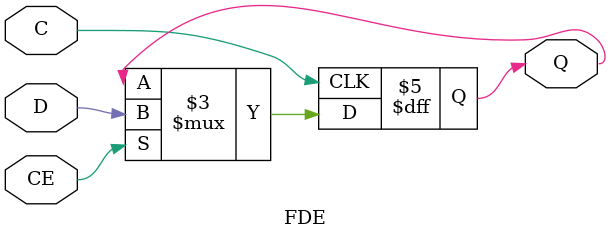
<source format=v>
/***************************************************************************
 *                                                                         *
 *   FDE.v - Replicates the functionality of the Xilinx primitive of the    *
 *     same name.                                                          *
 *                                                                         *
 *   Copyright (C) 2005 by Patrick Suggate                                 *
 *   patrick@physics.otago.ac.nz                                           *
 *                                                                         *
 *   This program is free software; you can redistribute it and/or modify  *
 *   it under the terms of the GNU General Public License as published by  *
 *   the Free Software Foundation; either version 2 of the License, or     *
 *   (at your option) any later version.                                   *
 *                                                                         *
 *   This program is distributed in the hope that it will be useful,       *
 *   but WITHOUT ANY WARRANTY; without even the implied warranty of        *
 *   MERCHANTABILITY or FITNESS FOR A PARTICULAR PURPOSE.  See the         *
 *   GNU General Public License for more details.                          *
 *                                                                         *
 *   You should have received a copy of the GNU General Public License     *
 *   along with this program; if not, write to the                         *
 *   Free Software Foundation, Inc.,                                       *
 *   59 Temple Place - Suite 330, Boston, MA  02111-1307, USA.             *
 ***************************************************************************/

// D-type Flip-flop.
`timescale 1ns/100ps
module FDE ( C, CE, D, Q);
input	C;
input	CE;
input	D;
output	Q;

parameter	INIT	= 1'b0;
reg		Q = INIT;

always @(posedge C)
	if (CE)
		Q	<= #1 D;

endmodule	// FDE

</source>
